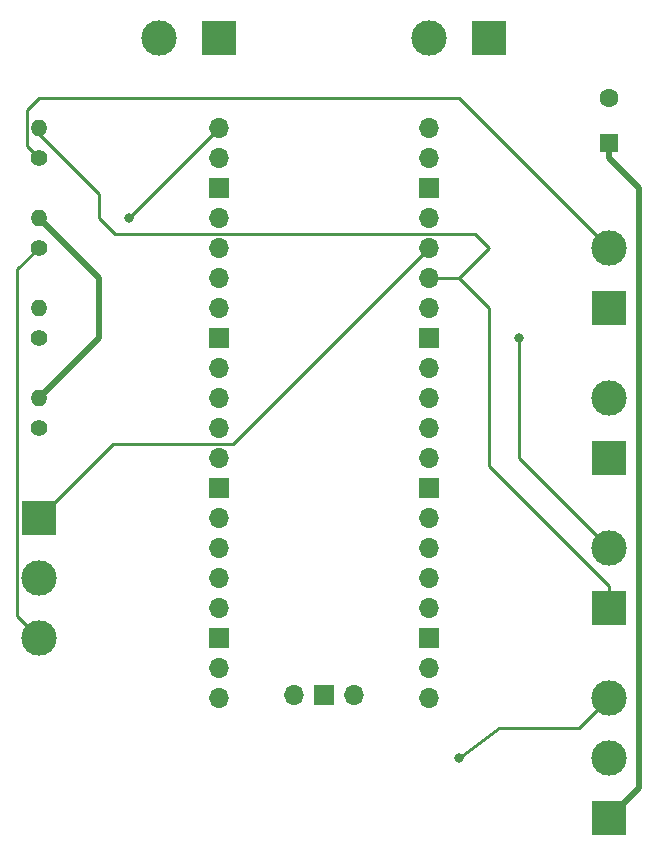
<source format=gbr>
%TF.GenerationSoftware,KiCad,Pcbnew,7.0.6-0*%
%TF.CreationDate,2023-12-23T18:42:55-05:00*%
%TF.ProjectId,Cornhole Wiring,436f726e-686f-46c6-9520-576972696e67,rev?*%
%TF.SameCoordinates,Original*%
%TF.FileFunction,Copper,L2,Bot*%
%TF.FilePolarity,Positive*%
%FSLAX46Y46*%
G04 Gerber Fmt 4.6, Leading zero omitted, Abs format (unit mm)*
G04 Created by KiCad (PCBNEW 7.0.6-0) date 2023-12-23 18:42:55*
%MOMM*%
%LPD*%
G01*
G04 APERTURE LIST*
%TA.AperFunction,ComponentPad*%
%ADD10C,3.000000*%
%TD*%
%TA.AperFunction,ComponentPad*%
%ADD11R,3.000000X3.000000*%
%TD*%
%TA.AperFunction,ComponentPad*%
%ADD12O,1.700000X1.700000*%
%TD*%
%TA.AperFunction,ComponentPad*%
%ADD13R,1.700000X1.700000*%
%TD*%
%TA.AperFunction,ComponentPad*%
%ADD14C,1.400000*%
%TD*%
%TA.AperFunction,ComponentPad*%
%ADD15O,1.400000X1.400000*%
%TD*%
%TA.AperFunction,ComponentPad*%
%ADD16C,1.600000*%
%TD*%
%TA.AperFunction,ComponentPad*%
%ADD17R,1.600000X1.600000*%
%TD*%
%TA.AperFunction,ViaPad*%
%ADD18C,0.800000*%
%TD*%
%TA.AperFunction,Conductor*%
%ADD19C,0.250000*%
%TD*%
%TA.AperFunction,Conductor*%
%ADD20C,0.500000*%
%TD*%
G04 APERTURE END LIST*
D10*
%TO.P,J6,3,Pin_3*%
%TO.N,Net-(J6-Pin_3)*%
X114300000Y-109220000D03*
%TO.P,J6,2,Pin_2*%
%TO.N,Net-(J1-Pin_2)*%
X114300000Y-114300000D03*
D11*
%TO.P,J6,1,Pin_1*%
%TO.N,Net-(J6-Pin_1)*%
X114300000Y-119380000D03*
%TD*%
%TO.P,J1,1,Pin_1*%
%TO.N,Net-(J1-Pin_1)*%
X81280000Y-53340000D03*
D10*
%TO.P,J1,2,Pin_2*%
%TO.N,Net-(J1-Pin_2)*%
X76200000Y-53340000D03*
%TD*%
D12*
%TO.P,U1,1,GPIO0*%
%TO.N,Net-(U1-GPIO0)*%
X81280000Y-60960000D03*
%TO.P,U1,2,GPIO1*%
%TO.N,Net-(J2-Pin_3)*%
X81280000Y-63500000D03*
D13*
%TO.P,U1,3,GND*%
%TO.N,unconnected-(U1-GND-Pad3)*%
X81280000Y-66040000D03*
D12*
%TO.P,U1,4,GPIO2*%
%TO.N,unconnected-(U1-GPIO2-Pad4)*%
X81280000Y-68580000D03*
%TO.P,U1,5,GPIO3*%
%TO.N,unconnected-(U1-GPIO3-Pad5)*%
X81280000Y-71120000D03*
%TO.P,U1,6,GPIO4*%
%TO.N,unconnected-(U1-GPIO4-Pad6)*%
X81280000Y-73660000D03*
%TO.P,U1,7,GPIO5*%
%TO.N,unconnected-(U1-GPIO5-Pad7)*%
X81280000Y-76200000D03*
D13*
%TO.P,U1,8,GND*%
%TO.N,unconnected-(U1-GND-Pad8)*%
X81280000Y-78740000D03*
D12*
%TO.P,U1,9,GPIO6*%
%TO.N,unconnected-(U1-GPIO6-Pad9)*%
X81280000Y-81280000D03*
%TO.P,U1,10,GPIO7*%
%TO.N,unconnected-(U1-GPIO7-Pad10)*%
X81280000Y-83820000D03*
%TO.P,U1,11,GPIO8*%
%TO.N,unconnected-(U1-GPIO8-Pad11)*%
X81280000Y-86360000D03*
%TO.P,U1,12,GPIO9*%
%TO.N,unconnected-(U1-GPIO9-Pad12)*%
X81280000Y-88900000D03*
D13*
%TO.P,U1,13,GND*%
%TO.N,unconnected-(U1-GND-Pad13)*%
X81280000Y-91440000D03*
D12*
%TO.P,U1,14,GPIO10*%
%TO.N,unconnected-(U1-GPIO10-Pad14)*%
X81280000Y-93980000D03*
%TO.P,U1,15,GPIO11*%
%TO.N,unconnected-(U1-GPIO11-Pad15)*%
X81280000Y-96520000D03*
%TO.P,U1,16,GPIO12*%
%TO.N,unconnected-(U1-GPIO12-Pad16)*%
X81280000Y-99060000D03*
%TO.P,U1,17,GPIO13*%
%TO.N,unconnected-(U1-GPIO13-Pad17)*%
X81280000Y-101600000D03*
D13*
%TO.P,U1,18,GND*%
%TO.N,unconnected-(U1-GND-Pad18)*%
X81280000Y-104140000D03*
D12*
%TO.P,U1,19,GPIO14*%
%TO.N,unconnected-(U1-GPIO14-Pad19)*%
X81280000Y-106680000D03*
%TO.P,U1,20,GPIO15*%
%TO.N,unconnected-(U1-GPIO15-Pad20)*%
X81280000Y-109220000D03*
%TO.P,U1,21,GPIO16*%
%TO.N,unconnected-(U1-GPIO16-Pad21)*%
X99060000Y-109220000D03*
%TO.P,U1,22,GPIO17*%
%TO.N,unconnected-(U1-GPIO17-Pad22)*%
X99060000Y-106680000D03*
D13*
%TO.P,U1,23,GND*%
%TO.N,Net-(J1-Pin_2)*%
X99060000Y-104140000D03*
D12*
%TO.P,U1,24,GPIO18*%
%TO.N,unconnected-(U1-GPIO18-Pad24)*%
X99060000Y-101600000D03*
%TO.P,U1,25,GPIO19*%
%TO.N,unconnected-(U1-GPIO19-Pad25)*%
X99060000Y-99060000D03*
%TO.P,U1,26,GPIO20*%
%TO.N,unconnected-(U1-GPIO20-Pad26)*%
X99060000Y-96520000D03*
%TO.P,U1,27,GPIO21*%
%TO.N,unconnected-(U1-GPIO21-Pad27)*%
X99060000Y-93980000D03*
D13*
%TO.P,U1,28,GND*%
%TO.N,unconnected-(U1-GND-Pad28)*%
X99060000Y-91440000D03*
D12*
%TO.P,U1,29,GPIO22*%
%TO.N,unconnected-(U1-GPIO22-Pad29)*%
X99060000Y-88900000D03*
%TO.P,U1,30,RUN*%
%TO.N,unconnected-(U1-RUN-Pad30)*%
X99060000Y-86360000D03*
%TO.P,U1,31,GPIO26_ADC0*%
%TO.N,Net-(J7-Pin_1)*%
X99060000Y-83820000D03*
%TO.P,U1,32,GPIO27_ADC1*%
%TO.N,Net-(J7-Pin_2)*%
X99060000Y-81280000D03*
D13*
%TO.P,U1,33,AGND*%
%TO.N,Net-(J3-Pin_1)*%
X99060000Y-78740000D03*
D12*
%TO.P,U1,34,GPIO28_ADC2*%
%TO.N,Net-(J3-Pin_2)*%
X99060000Y-76200000D03*
%TO.P,U1,35,ADC_VREF*%
%TO.N,Net-(J4-Pin_1)*%
X99060000Y-73660000D03*
%TO.P,U1,36,3V3*%
%TO.N,Net-(J2-Pin_1)*%
X99060000Y-71120000D03*
%TO.P,U1,37,3V3_EN*%
%TO.N,unconnected-(U1-3V3_EN-Pad37)*%
X99060000Y-68580000D03*
D13*
%TO.P,U1,38,GND*%
%TO.N,unconnected-(U1-GND-Pad38)*%
X99060000Y-66040000D03*
D12*
%TO.P,U1,39,VSYS*%
%TO.N,unconnected-(U1-VSYS-Pad39)*%
X99060000Y-63500000D03*
%TO.P,U1,40,VBUS*%
%TO.N,Net-(J1-Pin_1)*%
X99060000Y-60960000D03*
%TO.P,U1,41,SWCLK*%
%TO.N,unconnected-(U1-SWCLK-Pad41)*%
X87630000Y-108990000D03*
D13*
%TO.P,U1,42,GND*%
%TO.N,unconnected-(U1-GND-Pad42)*%
X90170000Y-108990000D03*
D12*
%TO.P,U1,43,SWDIO*%
%TO.N,unconnected-(U1-SWDIO-Pad43)*%
X92710000Y-108990000D03*
%TD*%
D14*
%TO.P,R4,1*%
%TO.N,Net-(J3-Pin_2)*%
X66040000Y-63500000D03*
D15*
%TO.P,R4,2*%
%TO.N,Net-(J4-Pin_1)*%
X66040000Y-60960000D03*
%TD*%
D14*
%TO.P,R3,1*%
%TO.N,Net-(J2-Pin_2)*%
X66040000Y-86360000D03*
D15*
%TO.P,R3,2*%
%TO.N,Net-(J1-Pin_2)*%
X66040000Y-83820000D03*
%TD*%
D14*
%TO.P,R2,1*%
%TO.N,Net-(J2-Pin_3)*%
X66040000Y-71120000D03*
D15*
%TO.P,R2,2*%
%TO.N,Net-(J1-Pin_2)*%
X66040000Y-68580000D03*
%TD*%
D14*
%TO.P,R1,1*%
%TO.N,Net-(J6-Pin_3)*%
X66040000Y-78740000D03*
D15*
%TO.P,R1,2*%
%TO.N,Net-(U1-GPIO0)*%
X66040000Y-76200000D03*
%TD*%
D10*
%TO.P,J7,2,Pin_2*%
%TO.N,Net-(J7-Pin_2)*%
X114300000Y-83820000D03*
D11*
%TO.P,J7,1,Pin_1*%
%TO.N,Net-(J7-Pin_1)*%
X114300000Y-88900000D03*
%TD*%
D10*
%TO.P,J5,2,Pin_2*%
%TO.N,Net-(J1-Pin_2)*%
X99060000Y-53340000D03*
D11*
%TO.P,J5,1,Pin_1*%
%TO.N,Net-(J5-Pin_1)*%
X104140000Y-53340000D03*
%TD*%
D10*
%TO.P,J4,2,Pin_2*%
%TO.N,Net-(J3-Pin_1)*%
X114300000Y-96520000D03*
D11*
%TO.P,J4,1,Pin_1*%
%TO.N,Net-(J4-Pin_1)*%
X114300000Y-101600000D03*
%TD*%
%TO.P,J3,1,Pin_1*%
%TO.N,Net-(J3-Pin_1)*%
X114300000Y-76200000D03*
D10*
%TO.P,J3,2,Pin_2*%
%TO.N,Net-(J3-Pin_2)*%
X114300000Y-71120000D03*
%TD*%
D11*
%TO.P,J2,1,Pin_1*%
%TO.N,Net-(J2-Pin_1)*%
X66040000Y-93980000D03*
D10*
%TO.P,J2,2,Pin_2*%
%TO.N,Net-(J2-Pin_2)*%
X66040000Y-99060000D03*
%TO.P,J2,3,Pin_3*%
%TO.N,Net-(J2-Pin_3)*%
X66040000Y-104140000D03*
%TD*%
D16*
%TO.P,C1,2*%
%TO.N,Net-(J5-Pin_1)*%
X114300000Y-58420000D03*
D17*
%TO.P,C1,1*%
%TO.N,Net-(J6-Pin_1)*%
X114300000Y-62220000D03*
%TD*%
D18*
%TO.N,Net-(J3-Pin_1)*%
X106680000Y-78740000D03*
%TO.N,Net-(J6-Pin_3)*%
X101600000Y-114300000D03*
%TO.N,Net-(U1-GPIO0)*%
X73660000Y-68580000D03*
%TD*%
D19*
%TO.N,Net-(U1-GPIO0)*%
X81280000Y-60960000D02*
X73660000Y-68580000D01*
%TO.N,Net-(J4-Pin_1)*%
X114300000Y-99748299D02*
X104140000Y-89588299D01*
X104140000Y-89588299D02*
X104140000Y-76200000D01*
X114300000Y-101600000D02*
X114300000Y-99748299D01*
X104140000Y-76200000D02*
X101600000Y-73660000D01*
%TO.N,Net-(J2-Pin_3)*%
X66040000Y-104140000D02*
X64215000Y-102315000D01*
X64215000Y-102315000D02*
X64215000Y-72945000D01*
X64215000Y-72945000D02*
X66040000Y-71120000D01*
%TO.N,Net-(J3-Pin_2)*%
X66040000Y-63500000D02*
X65015000Y-62475000D01*
X65015000Y-62475000D02*
X65015000Y-59445000D01*
X65015000Y-59445000D02*
X66040000Y-58420000D01*
X66040000Y-58420000D02*
X101600000Y-58420000D01*
%TO.N,Net-(J6-Pin_3)*%
X114300000Y-109220000D02*
X111760000Y-111760000D01*
X111760000Y-111760000D02*
X105000000Y-111760000D01*
%TO.N,Net-(J4-Pin_1)*%
X66040000Y-60960000D02*
X66040000Y-61472653D01*
X71120000Y-66552653D02*
X71120000Y-68580000D01*
X102965000Y-69945000D02*
X104140000Y-71120000D01*
X72485000Y-69945000D02*
X102965000Y-69945000D01*
X71120000Y-68580000D02*
X72485000Y-69945000D01*
X66040000Y-61472653D02*
X71120000Y-66552653D01*
X104140000Y-71120000D02*
X101600000Y-73660000D01*
X101600000Y-73660000D02*
X99060000Y-73660000D01*
%TO.N,Net-(J3-Pin_2)*%
X101600000Y-58420000D02*
X114300000Y-71120000D01*
D20*
%TO.N,Net-(J6-Pin_1)*%
X116840000Y-116840000D02*
X116840000Y-66040000D01*
X114300000Y-119380000D02*
X116840000Y-116840000D01*
X116840000Y-66040000D02*
X114300000Y-63500000D01*
X114300000Y-63500000D02*
X114300000Y-62220000D01*
D19*
%TO.N,Net-(J3-Pin_1)*%
X106680000Y-88900000D02*
X106680000Y-78740000D01*
X114300000Y-96520000D02*
X106680000Y-88900000D01*
%TO.N,Net-(J6-Pin_3)*%
X101600000Y-114300000D02*
X105000000Y-111760000D01*
%TO.N,Net-(J2-Pin_1)*%
X66040000Y-93980000D02*
X72295000Y-87725000D01*
X82455000Y-87725000D02*
X83820000Y-86360000D01*
X72295000Y-87725000D02*
X82455000Y-87725000D01*
X83820000Y-86360000D02*
X99060000Y-71120000D01*
D20*
%TO.N,Net-(J1-Pin_2)*%
X66040000Y-83820000D02*
X71120000Y-78740000D01*
X71120000Y-78740000D02*
X71120000Y-73660000D01*
X71120000Y-73660000D02*
X66040000Y-68580000D01*
%TD*%
M02*

</source>
